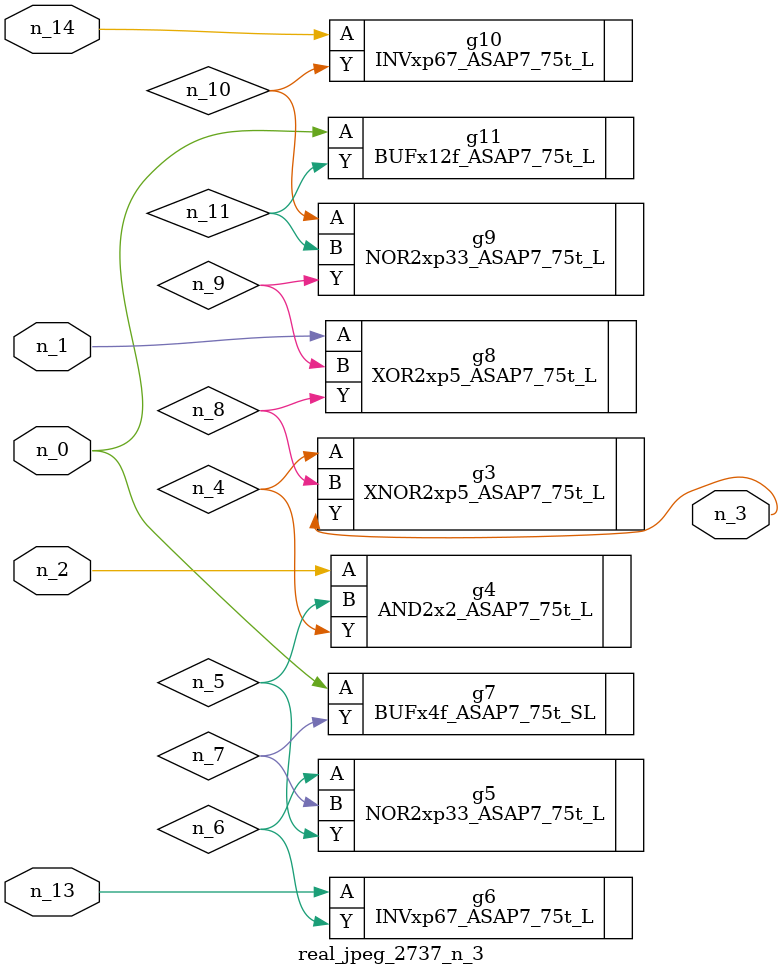
<source format=v>
module real_jpeg_2737_n_3 (n_0, n_1, n_14, n_2, n_13, n_3);

input n_0;
input n_1;
input n_14;
input n_2;
input n_13;

output n_3;

wire n_5;
wire n_4;
wire n_8;
wire n_11;
wire n_6;
wire n_7;
wire n_10;
wire n_9;

BUFx4f_ASAP7_75t_SL g7 ( 
.A(n_0),
.Y(n_7)
);

BUFx12f_ASAP7_75t_L g11 ( 
.A(n_0),
.Y(n_11)
);

XOR2xp5_ASAP7_75t_L g8 ( 
.A(n_1),
.B(n_9),
.Y(n_8)
);

AND2x2_ASAP7_75t_L g4 ( 
.A(n_2),
.B(n_5),
.Y(n_4)
);

XNOR2xp5_ASAP7_75t_L g3 ( 
.A(n_4),
.B(n_8),
.Y(n_3)
);

NOR2xp33_ASAP7_75t_L g5 ( 
.A(n_6),
.B(n_7),
.Y(n_5)
);

NOR2xp33_ASAP7_75t_L g9 ( 
.A(n_10),
.B(n_11),
.Y(n_9)
);

INVxp67_ASAP7_75t_L g6 ( 
.A(n_13),
.Y(n_6)
);

INVxp67_ASAP7_75t_L g10 ( 
.A(n_14),
.Y(n_10)
);


endmodule
</source>
